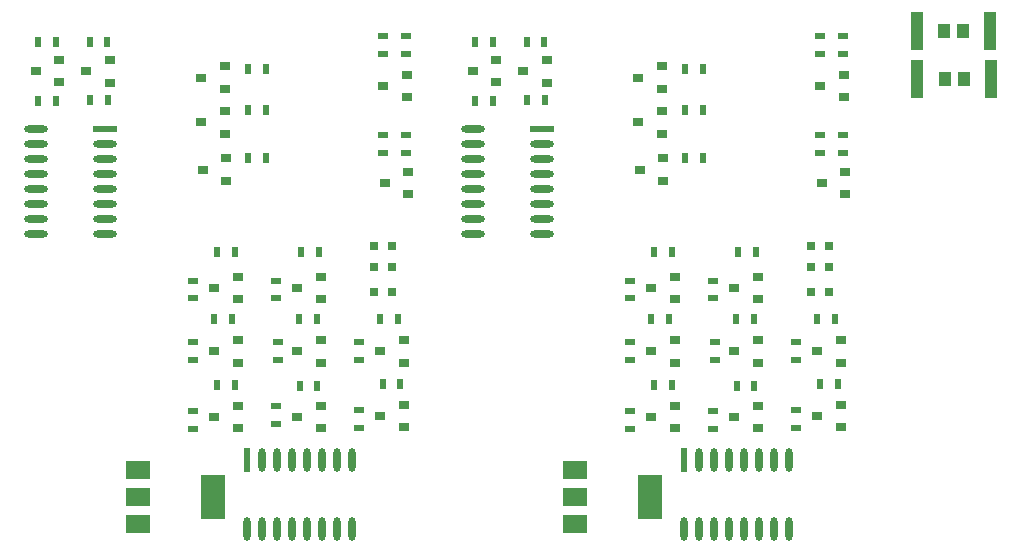
<source format=gbp>
%MOIN*%
%OFA0B0*%
%FSLAX46Y46*%
%IPPOS*%
%LPD*%
%ADD10C,0.0039370078740157488*%
%ADD21C,0.0039370078740157488*%
%ADD22C,0.0039370078740157488*%
%ADD23C,0.0039370078740157488*%
%ADD24C,0.0039370078740157488*%
%ADD25C,0.0039370078740157488*%
%ADD26C,0.0039370078740157488*%
%ADD27C,0.0039370078740157488*%
%ADD28C,0.0039370078740157488*%
%ADD29C,0.0039370078740157488*%
%ADD30C,0.0039370078740157488*%
%ADD31C,0.0039370078740157488*%
%ADD32C,0.0039370078740157488*%
%ADD33R,0.03937007874015748X0.12598425196850396*%
%ADD34R,0.03937007874015748X0.051181102362204731*%
%ADD35C,0.0039370078740157488*%
%ADD36R,0.07874015748031496X0.14960629921259844*%
%ADD37R,0.07874015748031496X0.059055118110236227*%
%ADD38R,0.031496062992125991X0.029527559055118113*%
%ADD39R,0.035433070866141732X0.01968503937007874*%
%ADD40R,0.035433070866141732X0.031496062992125991*%
%ADD41R,0.07874015748031496X0.023622047244094488*%
%ADD42O,0.07874015748031496X0.023622047244094488*%
%ADD43R,0.023622047244094488X0.07874015748031496*%
%ADD44O,0.023622047244094488X0.07874015748031496*%
%ADD45R,0.01968503937007874X0.035433070866141732*%
%ADD46C,0.0039370078740157488*%
%ADD47R,0.031496062992125991X0.029527559055118113*%
%ADD48R,0.035433070866141732X0.031496062992125991*%
%ADD49R,0.01968503937007874X0.035433070866141732*%
%ADD50R,0.035433070866141732X0.01968503937007874*%
%ADD51R,0.023622047244094488X0.07874015748031496*%
%ADD52O,0.023622047244094488X0.07874015748031496*%
%ADD53R,0.07874015748031496X0.023622047244094488*%
%ADD54O,0.07874015748031496X0.023622047244094488*%
%ADD55R,0.07874015748031496X0.14960629921259844*%
%ADD56R,0.07874015748031496X0.059055118110236227*%
%ADD57C,0.0039370078740157488*%
%ADD58C,0.0039370078740157488*%
G01G01*
D10*
G04 next file*
G04 Gerber Fmt 4.6, Leading zero omitted, Abs format (unit mm)*
G04 Created by KiCad (PCBNEW 4.0.7) date 11/16/17 17:14:57*
G01G01*
G04 APERTURE LIST*
G04 APERTURE END LIST*
D21*
G04 next file*
G04 Gerber Fmt 4.6, Leading zero omitted, Abs format (unit mm)*
G04 Created by KiCad (PCBNEW 4.0.7) date 11/16/17 17:14:57*
G01G01*
G04 APERTURE LIST*
G04 APERTURE END LIST*
D22*
G04 next file*
G04 Gerber Fmt 4.6, Leading zero omitted, Abs format (unit mm)*
G04 Created by KiCad (PCBNEW 4.0.7) date 11/16/17 17:14:57*
G01G01*
G04 APERTURE LIST*
G04 APERTURE END LIST*
D23*
G04 next file*
G04 Gerber Fmt 4.6, Leading zero omitted, Abs format (unit mm)*
G04 Created by KiCad (PCBNEW 4.0.7) date 11/16/17 17:14:57*
G01G01*
G04 APERTURE LIST*
G04 APERTURE END LIST*
D24*
G04 next file*
G04 Gerber Fmt 4.6, Leading zero omitted, Abs format (unit mm)*
G04 Created by KiCad (PCBNEW 4.0.7) date 11/16/17 17:14:57*
G01G01*
G04 APERTURE LIST*
G04 APERTURE END LIST*
D25*
G04 next file*
G04 Gerber Fmt 4.6, Leading zero omitted, Abs format (unit mm)*
G04 Created by KiCad (PCBNEW 4.0.7) date 11/16/17 17:14:57*
G01G01*
G04 APERTURE LIST*
G04 APERTURE END LIST*
D26*
G04 next file*
G04 Gerber Fmt 4.6, Leading zero omitted, Abs format (unit mm)*
G04 Created by KiCad (PCBNEW 4.0.7) date 11/16/17 17:14:57*
G01G01*
G04 APERTURE LIST*
G04 APERTURE END LIST*
D27*
G04 next file*
G04 Gerber Fmt 4.6, Leading zero omitted, Abs format (unit mm)*
G04 Created by KiCad (PCBNEW 4.0.7) date 11/16/17 17:14:57*
G01G01*
G04 APERTURE LIST*
G04 APERTURE END LIST*
D28*
G04 next file*
G04 Gerber Fmt 4.6, Leading zero omitted, Abs format (unit mm)*
G04 Created by KiCad (PCBNEW 4.0.7) date 11/16/17 17:14:57*
G01G01*
G04 APERTURE LIST*
G04 APERTURE END LIST*
D29*
G04 next file*
G04 Gerber Fmt 4.6, Leading zero omitted, Abs format (unit mm)*
G04 Created by KiCad (PCBNEW 4.0.7) date 11/16/17 17:14:57*
G01G01*
G04 APERTURE LIST*
G04 APERTURE END LIST*
D30*
G04 next file*
G04 Gerber Fmt 4.6, Leading zero omitted, Abs format (unit mm)*
G04 Created by KiCad (PCBNEW 4.0.7) date 11/16/17 17:14:57*
G01G01*
G04 APERTURE LIST*
G04 APERTURE END LIST*
D31*
G04 next file*
G04 Gerber Fmt 4.6, Leading zero omitted, Abs format (unit mm)*
G04 Created by KiCad (PCBNEW 4.0.7) date 11/16/17 22:09:06*
G01G01*
G04 APERTURE LIST*
G04 APERTURE END LIST*
D32*
D33*
X0002913385Y0003937007D02*
X0003000787Y0003452755D03*
X0003244881Y0003452755D03*
D34*
X0003091338Y0003452755D03*
X0003154330Y0003452755D03*
D33*
X0003002755Y0003294488D03*
X0003246850Y0003294488D03*
D34*
X0003093307Y0003294488D03*
X0003156299Y0003294488D03*
G04 next file*
G04 Gerber Fmt 4.6, Leading zero omitted, Abs format (unit mm)*
G04 Created by KiCad (PCBNEW 4.0.7) date 11/16/17 20:56:22*
G01G01*
G04 APERTURE LIST*
G04 APERTURE END LIST*
D35*
D36*
X0001456692Y0003937007D02*
X0002110236Y0001901574D03*
D37*
X0001862204Y0001901574D03*
X0001862204Y0001992125D03*
X0001862204Y0001811023D03*
D38*
X0002706692Y0002669291D03*
X0002647637Y0002669291D03*
D39*
X0002755905Y0003437007D03*
X0002755905Y0003377952D03*
X0002677165Y0003377952D03*
X0002677165Y0003437007D03*
D40*
X0002757874Y0003309055D03*
X0002757874Y0003234251D03*
X0002679133Y0003271653D03*
D41*
X0001751968Y0003126771D03*
D42*
X0001751968Y0003076771D03*
X0001751968Y0003026771D03*
X0001751968Y0002976771D03*
X0001751968Y0002926771D03*
X0001751968Y0002876771D03*
X0001751968Y0002826771D03*
X0001521653Y0002826771D03*
X0001521653Y0002876771D03*
X0001521653Y0002926771D03*
X0001521653Y0002976771D03*
X0001521653Y0003026771D03*
X0001521653Y0003076771D03*
X0001521653Y0003126771D03*
X0001751968Y0002776771D03*
X0001521653Y0002776771D03*
D43*
X0002224015Y0002024803D03*
D44*
X0002274015Y0002024803D03*
X0002324015Y0002024803D03*
X0002374015Y0002024803D03*
X0002424015Y0002024803D03*
X0002474015Y0002024803D03*
X0002524015Y0002024803D03*
X0002524015Y0001794488D03*
X0002474015Y0001794488D03*
X0002424015Y0001794488D03*
X0002374015Y0001794488D03*
X0002324015Y0001794488D03*
X0002274015Y0001794488D03*
X0002224015Y0001794488D03*
X0002574015Y0002024803D03*
X0002574015Y0001794488D03*
D39*
X0002753937Y0003108267D03*
X0002753937Y0003049212D03*
X0002679133Y0003047244D03*
X0002679133Y0003106299D03*
D45*
X0002397637Y0002495078D03*
X0002456692Y0002495078D03*
X0002669291Y0002495078D03*
X0002728346Y0002495078D03*
X0002399606Y0002272637D03*
X0002458661Y0002272637D03*
X0002124015Y0002716535D03*
X0002183070Y0002716535D03*
X0002677165Y0002278543D03*
X0002736220Y0002278543D03*
X0002116141Y0002495078D03*
X0002175196Y0002495078D03*
X0002124015Y0002273622D03*
X0002183070Y0002273622D03*
X0001527559Y0003419291D03*
X0001586614Y0003419291D03*
X0002405511Y0002716535D03*
X0002464566Y0002716535D03*
X0001758858Y0003418307D03*
X0001699803Y0003418307D03*
X0002287401Y0003326771D03*
X0002228346Y0003326771D03*
X0002287401Y0003190944D03*
X0002228346Y0003190944D03*
X0002287401Y0003031496D03*
X0002228346Y0003031496D03*
D39*
X0002598425Y0002416338D03*
X0002598425Y0002357283D03*
X0002045275Y0002622047D03*
X0002045275Y0002562992D03*
X0002045275Y0002416338D03*
X0002045275Y0002357283D03*
X0002045275Y0002187992D03*
X0002045275Y0002128937D03*
X0002320866Y0002622047D03*
X0002320866Y0002562992D03*
X0002326771Y0002416338D03*
X0002326771Y0002357283D03*
X0002320866Y0002187992D03*
X0002320866Y0002128937D03*
X0002598425Y0002190944D03*
X0002598425Y0002131889D03*
D45*
X0001588582Y0003222440D03*
X0001529527Y0003222440D03*
X0001760826Y0003225393D03*
X0001701771Y0003225393D03*
D40*
X0002761811Y0002984251D03*
X0002761811Y0002909448D03*
X0002683070Y0002946850D03*
X0002151574Y0003336614D03*
X0002151574Y0003261811D03*
X0002072834Y0003299212D03*
X0002151574Y0003187007D03*
X0002151574Y0003112204D03*
X0002072834Y0003149606D03*
X0002155511Y0003029527D03*
X0002155511Y0002954724D03*
X0002076771Y0002992125D03*
X0002470472Y0002424212D03*
X0002470472Y0002349409D03*
X0002391732Y0002386811D03*
X0002748031Y0002424212D03*
X0002748031Y0002349409D03*
X0002669291Y0002386811D03*
X0002470472Y0002204724D03*
X0002470472Y0002129921D03*
X0002391732Y0002167322D03*
X0002194881Y0002635826D03*
X0002194881Y0002561023D03*
X0002116141Y0002598425D03*
X0002748031Y0002207677D03*
X0002748031Y0002132874D03*
X0002669291Y0002170275D03*
X0002194881Y0002424212D03*
X0002194881Y0002349409D03*
X0002116141Y0002386811D03*
X0002194881Y0002204724D03*
X0002194881Y0002129921D03*
X0002116141Y0002167322D03*
X0002470472Y0002635826D03*
X0002470472Y0002561023D03*
X0002391732Y0002598425D03*
X0001766732Y0003357283D03*
X0001766732Y0003282480D03*
X0001687992Y0003319881D03*
D38*
X0002647637Y0002584645D03*
X0002706692Y0002584645D03*
D40*
X0001598425Y0003358267D03*
X0001598425Y0003283464D03*
X0001519685Y0003320866D03*
D38*
X0002706692Y0002736220D03*
X0002647637Y0002736220D03*
G04 next file*
G04 Gerber Fmt 4.6, Leading zero omitted, Abs format (unit mm)*
G04 Created by KiCad (PCBNEW 4.0.7) date 11/16/17 21:01:15*
G01G01*
G04 APERTURE LIST*
G04 APERTURE END LIST*
D46*
D47*
X0000000000Y0003937007D02*
X0001250000Y0002736220D03*
X0001190944Y0002736220D03*
D48*
X0000141732Y0003358267D03*
X0000141732Y0003283464D03*
X0000062992Y0003320866D03*
D47*
X0001190944Y0002584645D03*
X0001250000Y0002584645D03*
D48*
X0000310039Y0003357283D03*
X0000310039Y0003282480D03*
X0000231299Y0003319881D03*
X0001013779Y0002635826D03*
X0001013779Y0002561023D03*
X0000935039Y0002598425D03*
X0000738188Y0002204724D03*
X0000738188Y0002129921D03*
X0000659448Y0002167322D03*
X0000738188Y0002424212D03*
X0000738188Y0002349409D03*
X0000659448Y0002386811D03*
X0001291338Y0002207677D03*
X0001291338Y0002132874D03*
X0001212598Y0002170275D03*
X0000738188Y0002635826D03*
X0000738188Y0002561023D03*
X0000659448Y0002598425D03*
X0001013779Y0002204724D03*
X0001013779Y0002129921D03*
X0000935039Y0002167322D03*
X0001291338Y0002424212D03*
X0001291338Y0002349409D03*
X0001212598Y0002386811D03*
X0001013779Y0002424212D03*
X0001013779Y0002349409D03*
X0000935039Y0002386811D03*
X0000698818Y0003029527D03*
X0000698818Y0002954724D03*
X0000620078Y0002992125D03*
X0000694881Y0003187007D03*
X0000694881Y0003112204D03*
X0000616141Y0003149606D03*
X0000694881Y0003336614D03*
X0000694881Y0003261811D03*
X0000616141Y0003299212D03*
X0001305118Y0002984251D03*
X0001305118Y0002909448D03*
X0001226377Y0002946850D03*
D49*
X0000304133Y0003225393D03*
X0000245078Y0003225393D03*
X0000131889Y0003222440D03*
X0000072834Y0003222440D03*
D50*
X0001141732Y0002190944D03*
X0001141732Y0002131889D03*
X0000864173Y0002622047D03*
X0000864173Y0002562992D03*
X0000588582Y0002187992D03*
X0000588582Y0002128937D03*
X0000588582Y0002416338D03*
X0000588582Y0002357283D03*
X0000588582Y0002622047D03*
X0000588582Y0002562992D03*
X0001141732Y0002416338D03*
X0001141732Y0002357283D03*
D49*
X0000830708Y0003031496D03*
X0000771653Y0003031496D03*
X0000830708Y0003190944D03*
X0000771653Y0003190944D03*
X0000830708Y0003326771D03*
X0000771653Y0003326771D03*
X0000302165Y0003418307D03*
X0000243110Y0003418307D03*
X0000948818Y0002716535D03*
X0001007874Y0002716535D03*
X0000070866Y0003419291D03*
X0000129921Y0003419291D03*
X0000667322Y0002273622D03*
X0000726377Y0002273622D03*
X0000659448Y0002495078D03*
X0000718503Y0002495078D03*
X0001220472Y0002278543D03*
X0001279527Y0002278543D03*
X0000667322Y0002716535D03*
X0000726377Y0002716535D03*
X0000942913Y0002272637D03*
X0001001968Y0002272637D03*
X0001212598Y0002495078D03*
X0001271653Y0002495078D03*
X0000940944Y0002495078D03*
X0001000000Y0002495078D03*
D50*
X0001222440Y0003047244D03*
X0001222440Y0003106299D03*
X0001297244Y0003108267D03*
X0001297244Y0003049212D03*
D51*
X0000767322Y0002024803D03*
D52*
X0000817322Y0002024803D03*
X0000867322Y0002024803D03*
X0000917322Y0002024803D03*
X0000967322Y0002024803D03*
X0001017322Y0002024803D03*
X0001067322Y0002024803D03*
X0001067322Y0001794488D03*
X0001017322Y0001794488D03*
X0000967322Y0001794488D03*
X0000917322Y0001794488D03*
X0000867322Y0001794488D03*
X0000817322Y0001794488D03*
X0000767322Y0001794488D03*
X0001117322Y0002024803D03*
X0001117322Y0001794488D03*
D53*
X0000295275Y0003126771D03*
D54*
X0000295275Y0003076771D03*
X0000295275Y0003026771D03*
X0000295275Y0002976771D03*
X0000295275Y0002926771D03*
X0000295275Y0002876771D03*
X0000295275Y0002826771D03*
X0000064960Y0002826771D03*
X0000064960Y0002876771D03*
X0000064960Y0002926771D03*
X0000064960Y0002976771D03*
X0000064960Y0003026771D03*
X0000064960Y0003076771D03*
X0000064960Y0003126771D03*
X0000295275Y0002776771D03*
X0000064960Y0002776771D03*
D48*
X0001301181Y0003309055D03*
X0001301181Y0003234251D03*
X0001222440Y0003271653D03*
D50*
X0001220472Y0003377952D03*
X0001220472Y0003437007D03*
X0001299212Y0003437007D03*
X0001299212Y0003377952D03*
D47*
X0001250000Y0002669291D03*
X0001190944Y0002669291D03*
D50*
X0000864173Y0002204724D03*
X0000864173Y0002145669D03*
X0000870078Y0002416338D03*
X0000870078Y0002357283D03*
D55*
X0000653543Y0001901574D03*
D56*
X0000405511Y0001901574D03*
X0000405511Y0001992125D03*
X0000405511Y0001811023D03*
G04 next file*
G04 Gerber Fmt 4.6, Leading zero omitted, Abs format (unit mm)*
G04 Created by KiCad (PCBNEW 4.0.7) date 11/16/17 21:03:46*
G01G01*
G04 APERTURE LIST*
G04 APERTURE END LIST*
D57*
G04 next file*
G04 Gerber Fmt 4.6, Leading zero omitted, Abs format (unit mm)*
G04 Created by KiCad (PCBNEW 4.0.7) date 11/16/17 21:03:46*
G01G01*
G04 APERTURE LIST*
G04 APERTURE END LIST*
D58*
M02*
</source>
